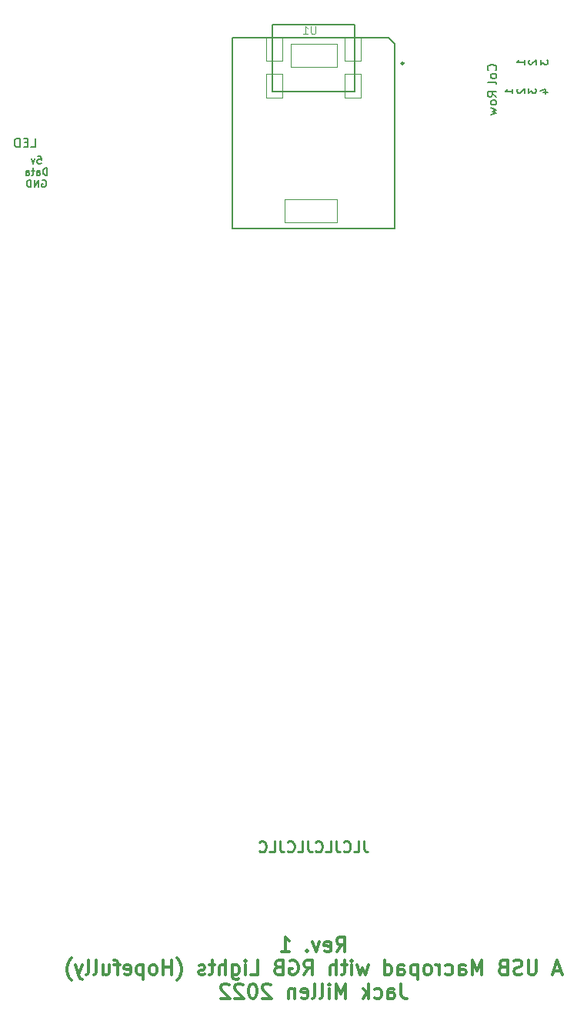
<source format=gbr>
%TF.GenerationSoftware,KiCad,Pcbnew,(6.0.4)*%
%TF.CreationDate,2022-05-16T19:34:58+01:00*%
%TF.ProjectId,Macropad v2,4d616372-6f70-4616-9420-76322e6b6963,rev?*%
%TF.SameCoordinates,Original*%
%TF.FileFunction,Legend,Bot*%
%TF.FilePolarity,Positive*%
%FSLAX46Y46*%
G04 Gerber Fmt 4.6, Leading zero omitted, Abs format (unit mm)*
G04 Created by KiCad (PCBNEW (6.0.4)) date 2022-05-16 19:34:58*
%MOMM*%
%LPD*%
G01*
G04 APERTURE LIST*
%ADD10C,0.250000*%
%ADD11C,0.150000*%
%ADD12C,0.300000*%
%ADD13C,0.101600*%
%ADD14C,0.066040*%
%ADD15C,0.127000*%
%ADD16C,0.254000*%
G04 APERTURE END LIST*
D10*
X147147857Y-135232857D02*
X147147857Y-136090000D01*
X147205000Y-136261428D01*
X147319285Y-136375714D01*
X147490714Y-136432857D01*
X147605000Y-136432857D01*
X146005000Y-136432857D02*
X146576428Y-136432857D01*
X146576428Y-135232857D01*
X144919285Y-136318571D02*
X144976428Y-136375714D01*
X145147857Y-136432857D01*
X145262142Y-136432857D01*
X145433571Y-136375714D01*
X145547857Y-136261428D01*
X145605000Y-136147142D01*
X145662142Y-135918571D01*
X145662142Y-135747142D01*
X145605000Y-135518571D01*
X145547857Y-135404285D01*
X145433571Y-135290000D01*
X145262142Y-135232857D01*
X145147857Y-135232857D01*
X144976428Y-135290000D01*
X144919285Y-135347142D01*
X144062142Y-135232857D02*
X144062142Y-136090000D01*
X144119285Y-136261428D01*
X144233571Y-136375714D01*
X144405000Y-136432857D01*
X144519285Y-136432857D01*
X142919285Y-136432857D02*
X143490714Y-136432857D01*
X143490714Y-135232857D01*
X141833571Y-136318571D02*
X141890714Y-136375714D01*
X142062142Y-136432857D01*
X142176428Y-136432857D01*
X142347857Y-136375714D01*
X142462142Y-136261428D01*
X142519285Y-136147142D01*
X142576428Y-135918571D01*
X142576428Y-135747142D01*
X142519285Y-135518571D01*
X142462142Y-135404285D01*
X142347857Y-135290000D01*
X142176428Y-135232857D01*
X142062142Y-135232857D01*
X141890714Y-135290000D01*
X141833571Y-135347142D01*
X140976428Y-135232857D02*
X140976428Y-136090000D01*
X141033571Y-136261428D01*
X141147857Y-136375714D01*
X141319285Y-136432857D01*
X141433571Y-136432857D01*
X139833571Y-136432857D02*
X140405000Y-136432857D01*
X140405000Y-135232857D01*
X138747857Y-136318571D02*
X138805000Y-136375714D01*
X138976428Y-136432857D01*
X139090714Y-136432857D01*
X139262142Y-136375714D01*
X139376428Y-136261428D01*
X139433571Y-136147142D01*
X139490714Y-135918571D01*
X139490714Y-135747142D01*
X139433571Y-135518571D01*
X139376428Y-135404285D01*
X139262142Y-135290000D01*
X139090714Y-135232857D01*
X138976428Y-135232857D01*
X138805000Y-135290000D01*
X138747857Y-135347142D01*
X137890714Y-135232857D02*
X137890714Y-136090000D01*
X137947857Y-136261428D01*
X138062142Y-136375714D01*
X138233571Y-136432857D01*
X138347857Y-136432857D01*
X136747857Y-136432857D02*
X137319285Y-136432857D01*
X137319285Y-135232857D01*
X135662142Y-136318571D02*
X135719285Y-136375714D01*
X135890714Y-136432857D01*
X136005000Y-136432857D01*
X136176428Y-136375714D01*
X136290714Y-136261428D01*
X136347857Y-136147142D01*
X136405000Y-135918571D01*
X136405000Y-135747142D01*
X136347857Y-135518571D01*
X136290714Y-135404285D01*
X136176428Y-135290000D01*
X136005000Y-135232857D01*
X135890714Y-135232857D01*
X135719285Y-135290000D01*
X135662142Y-135347142D01*
D11*
X161647142Y-50395238D02*
X161694761Y-50347619D01*
X161742380Y-50204761D01*
X161742380Y-50109523D01*
X161694761Y-49966666D01*
X161599523Y-49871428D01*
X161504285Y-49823809D01*
X161313809Y-49776190D01*
X161170952Y-49776190D01*
X160980476Y-49823809D01*
X160885238Y-49871428D01*
X160790000Y-49966666D01*
X160742380Y-50109523D01*
X160742380Y-50204761D01*
X160790000Y-50347619D01*
X160837619Y-50395238D01*
X161742380Y-50966666D02*
X161694761Y-50871428D01*
X161647142Y-50823809D01*
X161551904Y-50776190D01*
X161266190Y-50776190D01*
X161170952Y-50823809D01*
X161123333Y-50871428D01*
X161075714Y-50966666D01*
X161075714Y-51109523D01*
X161123333Y-51204761D01*
X161170952Y-51252380D01*
X161266190Y-51300000D01*
X161551904Y-51300000D01*
X161647142Y-51252380D01*
X161694761Y-51204761D01*
X161742380Y-51109523D01*
X161742380Y-50966666D01*
X161742380Y-51871428D02*
X161694761Y-51776190D01*
X161599523Y-51728571D01*
X160742380Y-51728571D01*
X110497857Y-58872380D02*
X110974047Y-58872380D01*
X110974047Y-57872380D01*
X110164523Y-58348571D02*
X109831190Y-58348571D01*
X109688333Y-58872380D02*
X110164523Y-58872380D01*
X110164523Y-57872380D01*
X109688333Y-57872380D01*
X109259761Y-58872380D02*
X109259761Y-57872380D01*
X109021666Y-57872380D01*
X108878809Y-57920000D01*
X108783571Y-58015238D01*
X108735952Y-58110476D01*
X108688333Y-58300952D01*
X108688333Y-58443809D01*
X108735952Y-58634285D01*
X108783571Y-58729523D01*
X108878809Y-58824761D01*
X109021666Y-58872380D01*
X109259761Y-58872380D01*
X161742380Y-53308333D02*
X161266190Y-52975000D01*
X161742380Y-52736904D02*
X160742380Y-52736904D01*
X160742380Y-53117857D01*
X160790000Y-53213095D01*
X160837619Y-53260714D01*
X160932857Y-53308333D01*
X161075714Y-53308333D01*
X161170952Y-53260714D01*
X161218571Y-53213095D01*
X161266190Y-53117857D01*
X161266190Y-52736904D01*
X161742380Y-53879761D02*
X161694761Y-53784523D01*
X161647142Y-53736904D01*
X161551904Y-53689285D01*
X161266190Y-53689285D01*
X161170952Y-53736904D01*
X161123333Y-53784523D01*
X161075714Y-53879761D01*
X161075714Y-54022619D01*
X161123333Y-54117857D01*
X161170952Y-54165476D01*
X161266190Y-54213095D01*
X161551904Y-54213095D01*
X161647142Y-54165476D01*
X161694761Y-54117857D01*
X161742380Y-54022619D01*
X161742380Y-53879761D01*
X161075714Y-54546428D02*
X161742380Y-54736904D01*
X161266190Y-54927380D01*
X161742380Y-55117857D01*
X161075714Y-55308333D01*
X163529904Y-52933571D02*
X163529904Y-52476428D01*
X163529904Y-52705000D02*
X162729904Y-52705000D01*
X162844190Y-52628809D01*
X162920380Y-52552619D01*
X162958476Y-52476428D01*
X164094095Y-52476428D02*
X164056000Y-52514523D01*
X164017904Y-52590714D01*
X164017904Y-52781190D01*
X164056000Y-52857380D01*
X164094095Y-52895476D01*
X164170285Y-52933571D01*
X164246476Y-52933571D01*
X164360761Y-52895476D01*
X164817904Y-52438333D01*
X164817904Y-52933571D01*
X165305904Y-52438333D02*
X165305904Y-52933571D01*
X165610666Y-52666904D01*
X165610666Y-52781190D01*
X165648761Y-52857380D01*
X165686857Y-52895476D01*
X165763047Y-52933571D01*
X165953523Y-52933571D01*
X166029714Y-52895476D01*
X166067809Y-52857380D01*
X166105904Y-52781190D01*
X166105904Y-52552619D01*
X166067809Y-52476428D01*
X166029714Y-52438333D01*
X166860571Y-52857380D02*
X167393904Y-52857380D01*
X166555809Y-52666904D02*
X167127238Y-52476428D01*
X167127238Y-52971666D01*
X111239285Y-59868904D02*
X111620238Y-59868904D01*
X111658333Y-60249857D01*
X111620238Y-60211761D01*
X111544047Y-60173666D01*
X111353571Y-60173666D01*
X111277380Y-60211761D01*
X111239285Y-60249857D01*
X111201190Y-60326047D01*
X111201190Y-60516523D01*
X111239285Y-60592714D01*
X111277380Y-60630809D01*
X111353571Y-60668904D01*
X111544047Y-60668904D01*
X111620238Y-60630809D01*
X111658333Y-60592714D01*
X110934523Y-60135571D02*
X110744047Y-60668904D01*
X110553571Y-60135571D01*
X112286904Y-61956904D02*
X112286904Y-61156904D01*
X112096428Y-61156904D01*
X111982142Y-61195000D01*
X111905952Y-61271190D01*
X111867857Y-61347380D01*
X111829761Y-61499761D01*
X111829761Y-61614047D01*
X111867857Y-61766428D01*
X111905952Y-61842619D01*
X111982142Y-61918809D01*
X112096428Y-61956904D01*
X112286904Y-61956904D01*
X111144047Y-61956904D02*
X111144047Y-61537857D01*
X111182142Y-61461666D01*
X111258333Y-61423571D01*
X111410714Y-61423571D01*
X111486904Y-61461666D01*
X111144047Y-61918809D02*
X111220238Y-61956904D01*
X111410714Y-61956904D01*
X111486904Y-61918809D01*
X111525000Y-61842619D01*
X111525000Y-61766428D01*
X111486904Y-61690238D01*
X111410714Y-61652142D01*
X111220238Y-61652142D01*
X111144047Y-61614047D01*
X110877380Y-61423571D02*
X110572619Y-61423571D01*
X110763095Y-61156904D02*
X110763095Y-61842619D01*
X110725000Y-61918809D01*
X110648809Y-61956904D01*
X110572619Y-61956904D01*
X109963095Y-61956904D02*
X109963095Y-61537857D01*
X110001190Y-61461666D01*
X110077380Y-61423571D01*
X110229761Y-61423571D01*
X110305952Y-61461666D01*
X109963095Y-61918809D02*
X110039285Y-61956904D01*
X110229761Y-61956904D01*
X110305952Y-61918809D01*
X110344047Y-61842619D01*
X110344047Y-61766428D01*
X110305952Y-61690238D01*
X110229761Y-61652142D01*
X110039285Y-61652142D01*
X109963095Y-61614047D01*
X111734523Y-62483000D02*
X111810714Y-62444904D01*
X111925000Y-62444904D01*
X112039285Y-62483000D01*
X112115476Y-62559190D01*
X112153571Y-62635380D01*
X112191666Y-62787761D01*
X112191666Y-62902047D01*
X112153571Y-63054428D01*
X112115476Y-63130619D01*
X112039285Y-63206809D01*
X111925000Y-63244904D01*
X111848809Y-63244904D01*
X111734523Y-63206809D01*
X111696428Y-63168714D01*
X111696428Y-62902047D01*
X111848809Y-62902047D01*
X111353571Y-63244904D02*
X111353571Y-62444904D01*
X110896428Y-63244904D01*
X110896428Y-62444904D01*
X110515476Y-63244904D02*
X110515476Y-62444904D01*
X110325000Y-62444904D01*
X110210714Y-62483000D01*
X110134523Y-62559190D01*
X110096428Y-62635380D01*
X110058333Y-62787761D01*
X110058333Y-62902047D01*
X110096428Y-63054428D01*
X110134523Y-63130619D01*
X110210714Y-63206809D01*
X110325000Y-63244904D01*
X110515476Y-63244904D01*
D12*
X144157380Y-147372809D02*
X144690714Y-146610904D01*
X145071666Y-147372809D02*
X145071666Y-145772809D01*
X144462142Y-145772809D01*
X144309761Y-145849000D01*
X144233571Y-145925190D01*
X144157380Y-146077571D01*
X144157380Y-146306142D01*
X144233571Y-146458523D01*
X144309761Y-146534714D01*
X144462142Y-146610904D01*
X145071666Y-146610904D01*
X142862142Y-147296619D02*
X143014523Y-147372809D01*
X143319285Y-147372809D01*
X143471666Y-147296619D01*
X143547857Y-147144238D01*
X143547857Y-146534714D01*
X143471666Y-146382333D01*
X143319285Y-146306142D01*
X143014523Y-146306142D01*
X142862142Y-146382333D01*
X142785952Y-146534714D01*
X142785952Y-146687095D01*
X143547857Y-146839476D01*
X142252619Y-146306142D02*
X141871666Y-147372809D01*
X141490714Y-146306142D01*
X140881190Y-147220428D02*
X140805000Y-147296619D01*
X140881190Y-147372809D01*
X140957380Y-147296619D01*
X140881190Y-147220428D01*
X140881190Y-147372809D01*
X138062142Y-147372809D02*
X138976428Y-147372809D01*
X138519285Y-147372809D02*
X138519285Y-145772809D01*
X138671666Y-146001380D01*
X138824047Y-146153761D01*
X138976428Y-146229952D01*
X168805000Y-149491666D02*
X168043095Y-149491666D01*
X168957380Y-149948809D02*
X168424047Y-148348809D01*
X167890714Y-149948809D01*
X166138333Y-148348809D02*
X166138333Y-149644047D01*
X166062142Y-149796428D01*
X165985952Y-149872619D01*
X165833571Y-149948809D01*
X165528809Y-149948809D01*
X165376428Y-149872619D01*
X165300238Y-149796428D01*
X165224047Y-149644047D01*
X165224047Y-148348809D01*
X164538333Y-149872619D02*
X164309761Y-149948809D01*
X163928809Y-149948809D01*
X163776428Y-149872619D01*
X163700238Y-149796428D01*
X163624047Y-149644047D01*
X163624047Y-149491666D01*
X163700238Y-149339285D01*
X163776428Y-149263095D01*
X163928809Y-149186904D01*
X164233571Y-149110714D01*
X164385952Y-149034523D01*
X164462142Y-148958333D01*
X164538333Y-148805952D01*
X164538333Y-148653571D01*
X164462142Y-148501190D01*
X164385952Y-148425000D01*
X164233571Y-148348809D01*
X163852619Y-148348809D01*
X163624047Y-148425000D01*
X162405000Y-149110714D02*
X162176428Y-149186904D01*
X162100238Y-149263095D01*
X162024047Y-149415476D01*
X162024047Y-149644047D01*
X162100238Y-149796428D01*
X162176428Y-149872619D01*
X162328809Y-149948809D01*
X162938333Y-149948809D01*
X162938333Y-148348809D01*
X162405000Y-148348809D01*
X162252619Y-148425000D01*
X162176428Y-148501190D01*
X162100238Y-148653571D01*
X162100238Y-148805952D01*
X162176428Y-148958333D01*
X162252619Y-149034523D01*
X162405000Y-149110714D01*
X162938333Y-149110714D01*
X160119285Y-149948809D02*
X160119285Y-148348809D01*
X159585952Y-149491666D01*
X159052619Y-148348809D01*
X159052619Y-149948809D01*
X157605000Y-149948809D02*
X157605000Y-149110714D01*
X157681190Y-148958333D01*
X157833571Y-148882142D01*
X158138333Y-148882142D01*
X158290714Y-148958333D01*
X157605000Y-149872619D02*
X157757380Y-149948809D01*
X158138333Y-149948809D01*
X158290714Y-149872619D01*
X158366904Y-149720238D01*
X158366904Y-149567857D01*
X158290714Y-149415476D01*
X158138333Y-149339285D01*
X157757380Y-149339285D01*
X157605000Y-149263095D01*
X156157380Y-149872619D02*
X156309761Y-149948809D01*
X156614523Y-149948809D01*
X156766904Y-149872619D01*
X156843095Y-149796428D01*
X156919285Y-149644047D01*
X156919285Y-149186904D01*
X156843095Y-149034523D01*
X156766904Y-148958333D01*
X156614523Y-148882142D01*
X156309761Y-148882142D01*
X156157380Y-148958333D01*
X155471666Y-149948809D02*
X155471666Y-148882142D01*
X155471666Y-149186904D02*
X155395476Y-149034523D01*
X155319285Y-148958333D01*
X155166904Y-148882142D01*
X155014523Y-148882142D01*
X154252619Y-149948809D02*
X154405000Y-149872619D01*
X154481190Y-149796428D01*
X154557380Y-149644047D01*
X154557380Y-149186904D01*
X154481190Y-149034523D01*
X154405000Y-148958333D01*
X154252619Y-148882142D01*
X154024047Y-148882142D01*
X153871666Y-148958333D01*
X153795476Y-149034523D01*
X153719285Y-149186904D01*
X153719285Y-149644047D01*
X153795476Y-149796428D01*
X153871666Y-149872619D01*
X154024047Y-149948809D01*
X154252619Y-149948809D01*
X153033571Y-148882142D02*
X153033571Y-150482142D01*
X153033571Y-148958333D02*
X152881190Y-148882142D01*
X152576428Y-148882142D01*
X152424047Y-148958333D01*
X152347857Y-149034523D01*
X152271666Y-149186904D01*
X152271666Y-149644047D01*
X152347857Y-149796428D01*
X152424047Y-149872619D01*
X152576428Y-149948809D01*
X152881190Y-149948809D01*
X153033571Y-149872619D01*
X150900238Y-149948809D02*
X150900238Y-149110714D01*
X150976428Y-148958333D01*
X151128809Y-148882142D01*
X151433571Y-148882142D01*
X151585952Y-148958333D01*
X150900238Y-149872619D02*
X151052619Y-149948809D01*
X151433571Y-149948809D01*
X151585952Y-149872619D01*
X151662142Y-149720238D01*
X151662142Y-149567857D01*
X151585952Y-149415476D01*
X151433571Y-149339285D01*
X151052619Y-149339285D01*
X150900238Y-149263095D01*
X149452619Y-149948809D02*
X149452619Y-148348809D01*
X149452619Y-149872619D02*
X149605000Y-149948809D01*
X149909761Y-149948809D01*
X150062142Y-149872619D01*
X150138333Y-149796428D01*
X150214523Y-149644047D01*
X150214523Y-149186904D01*
X150138333Y-149034523D01*
X150062142Y-148958333D01*
X149909761Y-148882142D01*
X149605000Y-148882142D01*
X149452619Y-148958333D01*
X147624047Y-148882142D02*
X147319285Y-149948809D01*
X147014523Y-149186904D01*
X146709761Y-149948809D01*
X146405000Y-148882142D01*
X145795476Y-149948809D02*
X145795476Y-148882142D01*
X145795476Y-148348809D02*
X145871666Y-148425000D01*
X145795476Y-148501190D01*
X145719285Y-148425000D01*
X145795476Y-148348809D01*
X145795476Y-148501190D01*
X145262142Y-148882142D02*
X144652619Y-148882142D01*
X145033571Y-148348809D02*
X145033571Y-149720238D01*
X144957380Y-149872619D01*
X144805000Y-149948809D01*
X144652619Y-149948809D01*
X144119285Y-149948809D02*
X144119285Y-148348809D01*
X143433571Y-149948809D02*
X143433571Y-149110714D01*
X143509761Y-148958333D01*
X143662142Y-148882142D01*
X143890714Y-148882142D01*
X144043095Y-148958333D01*
X144119285Y-149034523D01*
X140538333Y-149948809D02*
X141071666Y-149186904D01*
X141452619Y-149948809D02*
X141452619Y-148348809D01*
X140843095Y-148348809D01*
X140690714Y-148425000D01*
X140614523Y-148501190D01*
X140538333Y-148653571D01*
X140538333Y-148882142D01*
X140614523Y-149034523D01*
X140690714Y-149110714D01*
X140843095Y-149186904D01*
X141452619Y-149186904D01*
X139014523Y-148425000D02*
X139166904Y-148348809D01*
X139395476Y-148348809D01*
X139624047Y-148425000D01*
X139776428Y-148577380D01*
X139852619Y-148729761D01*
X139928809Y-149034523D01*
X139928809Y-149263095D01*
X139852619Y-149567857D01*
X139776428Y-149720238D01*
X139624047Y-149872619D01*
X139395476Y-149948809D01*
X139243095Y-149948809D01*
X139014523Y-149872619D01*
X138938333Y-149796428D01*
X138938333Y-149263095D01*
X139243095Y-149263095D01*
X137719285Y-149110714D02*
X137490714Y-149186904D01*
X137414523Y-149263095D01*
X137338333Y-149415476D01*
X137338333Y-149644047D01*
X137414523Y-149796428D01*
X137490714Y-149872619D01*
X137643095Y-149948809D01*
X138252619Y-149948809D01*
X138252619Y-148348809D01*
X137719285Y-148348809D01*
X137566904Y-148425000D01*
X137490714Y-148501190D01*
X137414523Y-148653571D01*
X137414523Y-148805952D01*
X137490714Y-148958333D01*
X137566904Y-149034523D01*
X137719285Y-149110714D01*
X138252619Y-149110714D01*
X134671666Y-149948809D02*
X135433571Y-149948809D01*
X135433571Y-148348809D01*
X134138333Y-149948809D02*
X134138333Y-148882142D01*
X134138333Y-148348809D02*
X134214523Y-148425000D01*
X134138333Y-148501190D01*
X134062142Y-148425000D01*
X134138333Y-148348809D01*
X134138333Y-148501190D01*
X132690714Y-148882142D02*
X132690714Y-150177380D01*
X132766904Y-150329761D01*
X132843095Y-150405952D01*
X132995476Y-150482142D01*
X133224047Y-150482142D01*
X133376428Y-150405952D01*
X132690714Y-149872619D02*
X132843095Y-149948809D01*
X133147857Y-149948809D01*
X133300238Y-149872619D01*
X133376428Y-149796428D01*
X133452619Y-149644047D01*
X133452619Y-149186904D01*
X133376428Y-149034523D01*
X133300238Y-148958333D01*
X133147857Y-148882142D01*
X132843095Y-148882142D01*
X132690714Y-148958333D01*
X131928809Y-149948809D02*
X131928809Y-148348809D01*
X131243095Y-149948809D02*
X131243095Y-149110714D01*
X131319285Y-148958333D01*
X131471666Y-148882142D01*
X131700238Y-148882142D01*
X131852619Y-148958333D01*
X131928809Y-149034523D01*
X130709761Y-148882142D02*
X130100238Y-148882142D01*
X130481190Y-148348809D02*
X130481190Y-149720238D01*
X130405000Y-149872619D01*
X130252619Y-149948809D01*
X130100238Y-149948809D01*
X129643095Y-149872619D02*
X129490714Y-149948809D01*
X129185952Y-149948809D01*
X129033571Y-149872619D01*
X128957380Y-149720238D01*
X128957380Y-149644047D01*
X129033571Y-149491666D01*
X129185952Y-149415476D01*
X129414523Y-149415476D01*
X129566904Y-149339285D01*
X129643095Y-149186904D01*
X129643095Y-149110714D01*
X129566904Y-148958333D01*
X129414523Y-148882142D01*
X129185952Y-148882142D01*
X129033571Y-148958333D01*
X126595476Y-150558333D02*
X126671666Y-150482142D01*
X126824047Y-150253571D01*
X126900238Y-150101190D01*
X126976428Y-149872619D01*
X127052619Y-149491666D01*
X127052619Y-149186904D01*
X126976428Y-148805952D01*
X126900238Y-148577380D01*
X126824047Y-148425000D01*
X126671666Y-148196428D01*
X126595476Y-148120238D01*
X125985952Y-149948809D02*
X125985952Y-148348809D01*
X125985952Y-149110714D02*
X125071666Y-149110714D01*
X125071666Y-149948809D02*
X125071666Y-148348809D01*
X124081190Y-149948809D02*
X124233571Y-149872619D01*
X124309761Y-149796428D01*
X124385952Y-149644047D01*
X124385952Y-149186904D01*
X124309761Y-149034523D01*
X124233571Y-148958333D01*
X124081190Y-148882142D01*
X123852619Y-148882142D01*
X123700238Y-148958333D01*
X123624047Y-149034523D01*
X123547857Y-149186904D01*
X123547857Y-149644047D01*
X123624047Y-149796428D01*
X123700238Y-149872619D01*
X123852619Y-149948809D01*
X124081190Y-149948809D01*
X122862142Y-148882142D02*
X122862142Y-150482142D01*
X122862142Y-148958333D02*
X122709761Y-148882142D01*
X122405000Y-148882142D01*
X122252619Y-148958333D01*
X122176428Y-149034523D01*
X122100238Y-149186904D01*
X122100238Y-149644047D01*
X122176428Y-149796428D01*
X122252619Y-149872619D01*
X122405000Y-149948809D01*
X122709761Y-149948809D01*
X122862142Y-149872619D01*
X120805000Y-149872619D02*
X120957380Y-149948809D01*
X121262142Y-149948809D01*
X121414523Y-149872619D01*
X121490714Y-149720238D01*
X121490714Y-149110714D01*
X121414523Y-148958333D01*
X121262142Y-148882142D01*
X120957380Y-148882142D01*
X120805000Y-148958333D01*
X120728809Y-149110714D01*
X120728809Y-149263095D01*
X121490714Y-149415476D01*
X120271666Y-148882142D02*
X119662142Y-148882142D01*
X120043095Y-149948809D02*
X120043095Y-148577380D01*
X119966904Y-148425000D01*
X119814523Y-148348809D01*
X119662142Y-148348809D01*
X118443095Y-148882142D02*
X118443095Y-149948809D01*
X119128809Y-148882142D02*
X119128809Y-149720238D01*
X119052619Y-149872619D01*
X118900238Y-149948809D01*
X118671666Y-149948809D01*
X118519285Y-149872619D01*
X118443095Y-149796428D01*
X117452619Y-149948809D02*
X117605000Y-149872619D01*
X117681190Y-149720238D01*
X117681190Y-148348809D01*
X116614523Y-149948809D02*
X116766904Y-149872619D01*
X116843095Y-149720238D01*
X116843095Y-148348809D01*
X116157380Y-148882142D02*
X115776428Y-149948809D01*
X115395476Y-148882142D02*
X115776428Y-149948809D01*
X115928809Y-150329761D01*
X116005000Y-150405952D01*
X116157380Y-150482142D01*
X114938333Y-150558333D02*
X114862142Y-150482142D01*
X114709761Y-150253571D01*
X114633571Y-150101190D01*
X114557380Y-149872619D01*
X114481190Y-149491666D01*
X114481190Y-149186904D01*
X114557380Y-148805952D01*
X114633571Y-148577380D01*
X114709761Y-148425000D01*
X114862142Y-148196428D01*
X114938333Y-148120238D01*
X151243095Y-150924809D02*
X151243095Y-152067666D01*
X151319285Y-152296238D01*
X151471666Y-152448619D01*
X151700238Y-152524809D01*
X151852619Y-152524809D01*
X149795476Y-152524809D02*
X149795476Y-151686714D01*
X149871666Y-151534333D01*
X150024047Y-151458142D01*
X150328809Y-151458142D01*
X150481190Y-151534333D01*
X149795476Y-152448619D02*
X149947857Y-152524809D01*
X150328809Y-152524809D01*
X150481190Y-152448619D01*
X150557380Y-152296238D01*
X150557380Y-152143857D01*
X150481190Y-151991476D01*
X150328809Y-151915285D01*
X149947857Y-151915285D01*
X149795476Y-151839095D01*
X148347857Y-152448619D02*
X148500238Y-152524809D01*
X148805000Y-152524809D01*
X148957380Y-152448619D01*
X149033571Y-152372428D01*
X149109761Y-152220047D01*
X149109761Y-151762904D01*
X149033571Y-151610523D01*
X148957380Y-151534333D01*
X148805000Y-151458142D01*
X148500238Y-151458142D01*
X148347857Y-151534333D01*
X147662142Y-152524809D02*
X147662142Y-150924809D01*
X147509761Y-151915285D02*
X147052619Y-152524809D01*
X147052619Y-151458142D02*
X147662142Y-152067666D01*
X145147857Y-152524809D02*
X145147857Y-150924809D01*
X144614523Y-152067666D01*
X144081190Y-150924809D01*
X144081190Y-152524809D01*
X143319285Y-152524809D02*
X143319285Y-151458142D01*
X143319285Y-150924809D02*
X143395476Y-151001000D01*
X143319285Y-151077190D01*
X143243095Y-151001000D01*
X143319285Y-150924809D01*
X143319285Y-151077190D01*
X142328809Y-152524809D02*
X142481190Y-152448619D01*
X142557380Y-152296238D01*
X142557380Y-150924809D01*
X141490714Y-152524809D02*
X141643095Y-152448619D01*
X141719285Y-152296238D01*
X141719285Y-150924809D01*
X140271666Y-152448619D02*
X140424047Y-152524809D01*
X140728809Y-152524809D01*
X140881190Y-152448619D01*
X140957380Y-152296238D01*
X140957380Y-151686714D01*
X140881190Y-151534333D01*
X140728809Y-151458142D01*
X140424047Y-151458142D01*
X140271666Y-151534333D01*
X140195476Y-151686714D01*
X140195476Y-151839095D01*
X140957380Y-151991476D01*
X139509761Y-151458142D02*
X139509761Y-152524809D01*
X139509761Y-151610523D02*
X139433571Y-151534333D01*
X139281190Y-151458142D01*
X139052619Y-151458142D01*
X138900238Y-151534333D01*
X138824047Y-151686714D01*
X138824047Y-152524809D01*
X136919285Y-151077190D02*
X136843095Y-151001000D01*
X136690714Y-150924809D01*
X136309761Y-150924809D01*
X136157380Y-151001000D01*
X136081190Y-151077190D01*
X136005000Y-151229571D01*
X136005000Y-151381952D01*
X136081190Y-151610523D01*
X136995476Y-152524809D01*
X136005000Y-152524809D01*
X135014523Y-150924809D02*
X134862142Y-150924809D01*
X134709761Y-151001000D01*
X134633571Y-151077190D01*
X134557380Y-151229571D01*
X134481190Y-151534333D01*
X134481190Y-151915285D01*
X134557380Y-152220047D01*
X134633571Y-152372428D01*
X134709761Y-152448619D01*
X134862142Y-152524809D01*
X135014523Y-152524809D01*
X135166904Y-152448619D01*
X135243095Y-152372428D01*
X135319285Y-152220047D01*
X135395476Y-151915285D01*
X135395476Y-151534333D01*
X135319285Y-151229571D01*
X135243095Y-151077190D01*
X135166904Y-151001000D01*
X135014523Y-150924809D01*
X133871666Y-151077190D02*
X133795476Y-151001000D01*
X133643095Y-150924809D01*
X133262142Y-150924809D01*
X133109761Y-151001000D01*
X133033571Y-151077190D01*
X132957380Y-151229571D01*
X132957380Y-151381952D01*
X133033571Y-151610523D01*
X133947857Y-152524809D01*
X132957380Y-152524809D01*
X132347857Y-151077190D02*
X132271666Y-151001000D01*
X132119285Y-150924809D01*
X131738333Y-150924809D01*
X131585952Y-151001000D01*
X131509761Y-151077190D01*
X131433571Y-151229571D01*
X131433571Y-151381952D01*
X131509761Y-151610523D01*
X132424047Y-152524809D01*
X131433571Y-152524809D01*
D11*
X164808904Y-49758571D02*
X164808904Y-49301428D01*
X164808904Y-49530000D02*
X164008904Y-49530000D01*
X164123190Y-49453809D01*
X164199380Y-49377619D01*
X164237476Y-49301428D01*
X165373095Y-49301428D02*
X165335000Y-49339523D01*
X165296904Y-49415714D01*
X165296904Y-49606190D01*
X165335000Y-49682380D01*
X165373095Y-49720476D01*
X165449285Y-49758571D01*
X165525476Y-49758571D01*
X165639761Y-49720476D01*
X166096904Y-49263333D01*
X166096904Y-49758571D01*
X166584904Y-49263333D02*
X166584904Y-49758571D01*
X166889666Y-49491904D01*
X166889666Y-49606190D01*
X166927761Y-49682380D01*
X166965857Y-49720476D01*
X167042047Y-49758571D01*
X167232523Y-49758571D01*
X167308714Y-49720476D01*
X167346809Y-49682380D01*
X167384904Y-49606190D01*
X167384904Y-49377619D01*
X167346809Y-49301428D01*
X167308714Y-49263333D01*
D13*
%TO.C,U1*%
X141841773Y-45533433D02*
X141841773Y-46253100D01*
X141799440Y-46337767D01*
X141757106Y-46380100D01*
X141672440Y-46422433D01*
X141503106Y-46422433D01*
X141418440Y-46380100D01*
X141376106Y-46337767D01*
X141333773Y-46253100D01*
X141333773Y-45533433D01*
X140444773Y-46422433D02*
X140952773Y-46422433D01*
X140698773Y-46422433D02*
X140698773Y-45533433D01*
X140783440Y-45660433D01*
X140868106Y-45745100D01*
X140952773Y-45787433D01*
D14*
X146815940Y-50782767D02*
X145037940Y-50782767D01*
X139068940Y-50020767D02*
X139068940Y-47480767D01*
D15*
X146104740Y-52730947D02*
X146104740Y-45377647D01*
D14*
X138179940Y-53452307D02*
X138179940Y-50782767D01*
X144148940Y-50020767D02*
X144148940Y-47480767D01*
X144148940Y-50020767D02*
X139068940Y-50020767D01*
X138179940Y-53452307D02*
X136401940Y-53452307D01*
D15*
X150498940Y-67800767D02*
X132701160Y-67800767D01*
D14*
X146815940Y-46718767D02*
X145037940Y-46718767D01*
X144148940Y-47480767D02*
X139068940Y-47480767D01*
X144148940Y-64625767D02*
X138433940Y-64625767D01*
X136401940Y-53452307D02*
X136401940Y-50782767D01*
X138179940Y-49385767D02*
X138179940Y-46718767D01*
X138433940Y-67165767D02*
X138433940Y-64625767D01*
X138179940Y-46718767D02*
X136401940Y-46718767D01*
X144148940Y-67165767D02*
X144148940Y-64625767D01*
X146815940Y-49385767D02*
X145037940Y-49385767D01*
X145037940Y-53452307D02*
X145037940Y-50782767D01*
D15*
X137105520Y-45377647D02*
X137105520Y-52730947D01*
D14*
X146815940Y-49385767D02*
X146815940Y-46718767D01*
X136401940Y-49385767D02*
X136401940Y-46718767D01*
D15*
X132701160Y-46802587D02*
X149828380Y-46802587D01*
X132701160Y-67800767D02*
X132701160Y-46802587D01*
D14*
X146815940Y-53452307D02*
X145037940Y-53452307D01*
X144148940Y-67165767D02*
X138433940Y-67165767D01*
D15*
X150498940Y-47473147D02*
X150498940Y-67800767D01*
D14*
X138179940Y-50782767D02*
X136401940Y-50782767D01*
X145037940Y-49385767D02*
X145037940Y-46718767D01*
X138179940Y-49385767D02*
X136401940Y-49385767D01*
D15*
X146099660Y-45377647D02*
X137105520Y-45377647D01*
D14*
X146815940Y-53452307D02*
X146815940Y-50782767D01*
D15*
X149828380Y-46802587D02*
X150498940Y-47473147D01*
X137105520Y-52730947D02*
X146104740Y-52730947D01*
D16*
X151514940Y-49639767D02*
G75*
G03*
X151514940Y-49639767I-127000J0D01*
G01*
%TD*%
M02*

</source>
